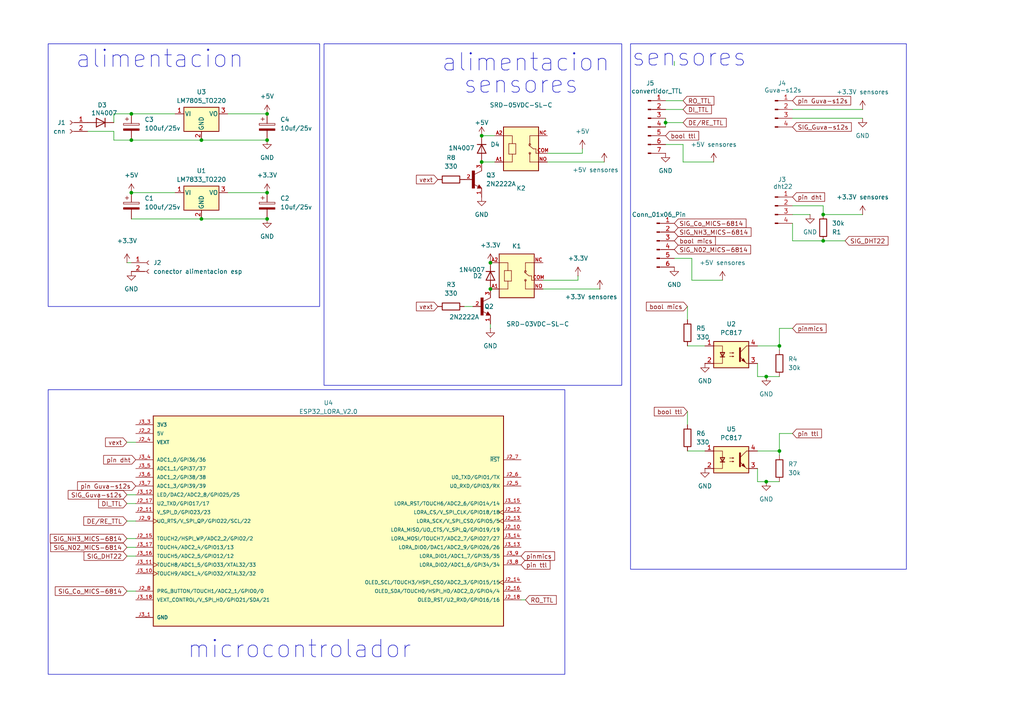
<source format=kicad_sch>
(kicad_sch (version 20250114) (generator "eeschema") (generator_version "9.0")
  (paper "A4")
  (lib_symbols
    (symbol "2N2222A:2N2222A" (pin_names (offset 1.016))
      (property "Reference" "Q" (at -10.16 7.62 0))
      (property "Value" "2N2222A" (at -10.16 -7.62 0))
      (symbol "2N2222A_0_0"
        (rectangle (start -0.254 -2.54) (end 0.508 2.54) (stroke (width 0.1)) (fill (type outline)))
        (polyline (pts (xy 1.27 -2.54) (xy 1.778 -1.524) (xy 2.54 -2.54) (xy 1.27 -2.54)) (stroke (width 0.1524)) (fill (type outline)))
        (polyline (pts (xy 1.54 -2.04) (xy 0.308 -1.424)) (stroke (width 0.1524)))
        (polyline (pts (xy 2.54 2.54) (xy 0.508 1.524)) (stroke (width 0.1524)))
        (pin passive line (at -2.54 0 0) (length 2.54) (name "~") (number "2"))
        (pin passive line (at 2.54 5.08 270) (length 2.54) (name "~") (number "3"))
        (pin passive line (at 2.54 -5.08 90) (length 2.54) (name "~") (number "1"))
      )
    )
    (symbol "Connector:Conn_01x02_Socket" (pin_names (offset 1.016) (hide yes))
      (property "Reference" "J" (at 0 2.54 0))
      (property "Value" "Conn_01x02_Socket" (at 0 -5.08 0))
      (symbol "Conn_01x02_Socket_1_1"
        (polyline (pts (xy -1.27 0) (xy -0.508 0)) (stroke (width 0.1524)))
        (polyline (pts (xy -1.27 -2.54) (xy -0.508 -2.54)) (stroke (width 0.1524)))
        (arc (start 0 -0.508) (mid -0.5058 0) (end 0 0.508) (stroke (width 0.1524)))
        (arc (start 0 -3.048) (mid -0.5058 -2.54) (end 0 -2.032) (stroke (width 0.1524)))
        (pin passive line (at -5.08 0 0) (length 3.81) (name "Pin_1") (number "1"))
        (pin passive line (at -5.08 -2.54 0) (length 3.81) (name "Pin_2") (number "2"))
      )
    )
    (symbol "Connector:Conn_01x04_Pin" (pin_names (offset 1.016) (hide yes))
      (property "Reference" "J" (at 0 5.08 0))
      (property "Value" "Conn_01x04_Pin" (at 0 -7.62 0))
      (symbol "Conn_01x04_Pin_1_1"
        (rectangle (start 0.8636 2.667) (end 0 2.413) (stroke (width 0.1524)) (fill (type outline)))
        (rectangle (start 0.8636 0.127) (end 0 -0.127) (stroke (width 0.1524)) (fill (type outline)))
        (rectangle (start 0.8636 -2.413) (end 0 -2.667) (stroke (width 0.1524)) (fill (type outline)))
        (rectangle (start 0.8636 -4.953) (end 0 -5.207) (stroke (width 0.1524)) (fill (type outline)))
        (polyline (pts (xy 1.27 2.54) (xy 0.8636 2.54)) (stroke (width 0.1524)))
        (polyline (pts (xy 1.27 0) (xy 0.8636 0)) (stroke (width 0.1524)))
        (polyline (pts (xy 1.27 -2.54) (xy 0.8636 -2.54)) (stroke (width 0.1524)))
        (polyline (pts (xy 1.27 -5.08) (xy 0.8636 -5.08)) (stroke (width 0.1524)))
        (pin passive line (at 5.08 2.54 180) (length 3.81) (name "Pin_1") (number "1"))
        (pin passive line (at 5.08 0 180) (length 3.81) (name "Pin_2") (number "2"))
        (pin passive line (at 5.08 -2.54 180) (length 3.81) (name "Pin_3") (number "3"))
        (pin passive line (at 5.08 -5.08 180) (length 3.81) (name "Pin_4") (number "4"))
      )
    )
    (symbol "Connector:Conn_01x06_Pin" (pin_names (offset 1.016) (hide yes))
      (property "Reference" "J" (at 0 7.62 0))
      (property "Value" "Conn_01x06_Pin" (at 0 -10.16 0))
      (symbol "Conn_01x06_Pin_1_1"
        (rectangle (start 0.8636 5.207) (end 0 4.953) (stroke (width 0.1524)) (fill (type outline)))
        (rectangle (start 0.8636 2.667) (end 0 2.413) (stroke (width 0.1524)) (fill (type outline)))
        (rectangle (start 0.8636 0.127) (end 0 -0.127) (stroke (width 0.1524)) (fill (type outline)))
        (rectangle (start 0.8636 -2.413) (end 0 -2.667) (stroke (width 0.1524)) (fill (type outline)))
        (rectangle (start 0.8636 -4.953) (end 0 -5.207) (stroke (width 0.1524)) (fill (type outline)))
        (rectangle (start 0.8636 -7.493) (end 0 -7.747) (stroke (width 0.1524)) (fill (type outline)))
        (polyline (pts (xy 1.27 5.08) (xy 0.8636 5.08)) (stroke (width 0.1524)))
        (polyline (pts (xy 1.27 2.54) (xy 0.8636 2.54)) (stroke (width 0.1524)))
        (polyline (pts (xy 1.27 0) (xy 0.8636 0)) (stroke (width 0.1524)))
        (polyline (pts (xy 1.27 -2.54) (xy 0.8636 -2.54)) (stroke (width 0.1524)))
        (polyline (pts (xy 1.27 -5.08) (xy 0.8636 -5.08)) (stroke (width 0.1524)))
        (polyline (pts (xy 1.27 -7.62) (xy 0.8636 -7.62)) (stroke (width 0.1524)))
        (pin passive line (at 5.08 5.08 180) (length 3.81) (name "Pin_1") (number "1"))
        (pin passive line (at 5.08 2.54 180) (length 3.81) (name "Pin_2") (number "2"))
        (pin passive line (at 5.08 0 180) (length 3.81) (name "Pin_3") (number "3"))
        (pin passive line (at 5.08 -2.54 180) (length 3.81) (name "Pin_4") (number "4"))
        (pin passive line (at 5.08 -5.08 180) (length 3.81) (name "Pin_5") (number "5"))
        (pin passive line (at 5.08 -7.62 180) (length 3.81) (name "Pin_6") (number "6"))
      )
    )
    (symbol "Connector:Conn_01x07_Pin" (pin_names (offset 1.016) (hide yes))
      (property "Reference" "J" (at 0 10.16 0))
      (property "Value" "Conn_01x07_Pin" (at 0 -10.16 0))
      (symbol "Conn_01x07_Pin_1_1"
        (rectangle (start 0.8636 7.747) (end 0 7.493) (stroke (width 0.1524)) (fill (type outline)))
        (rectangle (start 0.8636 5.207) (end 0 4.953) (stroke (width 0.1524)) (fill (type outline)))
        (rectangle (start 0.8636 2.667) (end 0 2.413) (stroke (width 0.1524)) (fill (type outline)))
        (rectangle (start 0.8636 0.127) (end 0 -0.127) (stroke (width 0.1524)) (fill (type outline)))
        (rectangle (start 0.8636 -2.413) (end 0 -2.667) (stroke (width 0.1524)) (fill (type outline)))
        (rectangle (start 0.8636 -4.953) (end 0 -5.207) (stroke (width 0.1524)) (fill (type outline)))
        (rectangle (start 0.8636 -7.493) (end 0 -7.747) (stroke (width 0.1524)) (fill (type outline)))
        (polyline (pts (xy 1.27 7.62) (xy 0.8636 7.62)) (stroke (width 0.1524)))
        (polyline (pts (xy 1.27 5.08) (xy 0.8636 5.08)) (stroke (width 0.1524)))
        (polyline (pts (xy 1.27 2.54) (xy 0.8636 2.54)) (stroke (width 0.1524)))
        (polyline (pts (xy 1.27 0) (xy 0.8636 0)) (stroke (width 0.1524)))
        (polyline (pts (xy 1.27 -2.54) (xy 0.8636 -2.54)) (stroke (width 0.1524)))
        (polyline (pts (xy 1.27 -5.08) (xy 0.8636 -5.08)) (stroke (width 0.1524)))
        (polyline (pts (xy 1.27 -7.62) (xy 0.8636 -7.62)) (stroke (width 0.1524)))
        (pin passive line (at 5.08 7.62 180) (length 3.81) (name "Pin_1") (number "1"))
        (pin passive line (at 5.08 5.08 180) (length 3.81) (name "Pin_2") (number "2"))
        (pin passive line (at 5.08 2.54 180) (length 3.81) (name "Pin_3") (number "3"))
        (pin passive line (at 5.08 0 180) (length 3.81) (name "Pin_4") (number "4"))
        (pin passive line (at 5.08 -2.54 180) (length 3.81) (name "Pin_5") (number "5"))
        (pin passive line (at 5.08 -5.08 180) (length 3.81) (name "Pin_6") (number "6"))
        (pin passive line (at 5.08 -7.62 180) (length 3.81) (name "Pin_7") (number "7"))
      )
    )
    (symbol "Device:C_Polarized" (pin_numbers (hide yes)) (pin_names (offset 0.254))
      (property "Reference" "C" (at 0.635 2.54 0))
      (property "Value" "C_Polarized" (at 0.635 -2.54 0))
      (symbol "C_Polarized_0_1"
        (rectangle (start -2.286 0.508) (end 2.286 1.016))
        (polyline (pts (xy -1.778 2.286) (xy -0.762 2.286)))
        (polyline (pts (xy -1.27 2.794) (xy -1.27 1.778)))
        (rectangle (start 2.286 -0.508) (end -2.286 -1.016) (fill (type outline)))
      )
      (symbol "C_Polarized_1_1"
        (pin passive line (at 0 3.81 270) (length 2.794) (name "~") (number "1"))
        (pin passive line (at 0 -3.81 90) (length 2.794) (name "~") (number "2"))
      )
    )
    (symbol "Device:R" (pin_numbers (hide yes)) (pin_names (offset 0))
      (property "Reference" "R" (at 2.032 0 90))
      (property "Value" "R" (at 0 0 90))
      (symbol "R_0_1"
        (rectangle (start -1.016 -2.54) (end 1.016 2.54) (stroke (width 0.254)))
      )
      (symbol "R_1_1"
        (pin passive line (at 0 3.81 270) (length 1.27) (name "~") (number "1"))
        (pin passive line (at 0 -3.81 90) (length 1.27) (name "~") (number "2"))
      )
    )
    (symbol "Diode:1N4007" (pin_numbers (hide yes)) (pin_names (hide yes))
      (property "Reference" "D" (at 0 2.54 0))
      (property "Value" "1N4007" (at 0 -2.54 0))
      (symbol "1N4007_0_1"
        (polyline (pts (xy -1.27 1.27) (xy -1.27 -1.27)) (stroke (width 0.254)))
        (polyline (pts (xy 1.27 1.27) (xy 1.27 -1.27) (xy -1.27 0) (xy 1.27 1.27)) (stroke (width 0.254)))
        (polyline (pts (xy 1.27 0) (xy -1.27 0)))
      )
      (symbol "1N4007_1_1"
        (pin passive line (at -3.81 0 0) (length 2.54) (name "K") (number "1"))
        (pin passive line (at 3.81 0 180) (length 2.54) (name "A") (number "2"))
      )
    )
    (symbol "ESP32_LORA_V2.0:ESP32_LORA_V2.0" (pin_names (offset 1.016))
      (property "Reference" "U4" (at 0 34.29 0))
      (property "Value" "ESP32_LORA_V2.0" (at 0 31.75 0))
      (symbol "ESP32_LORA_V2.0_0_0"
        (rectangle (start -50.8 -30.48) (end 50.8 30.48) (stroke (width 0.254)) (fill (type background)))
        (pin input line (at -55.88 17.78 0) (length 5.08) (name "~{RST}") (number "J2_7"))
        (pin bidirectional line (at -55.88 12.7 0) (length 5.08) (name "U0_TXD/GPIO1/TX") (number "J2_6"))
        (pin bidirectional line (at -55.88 10.16 0) (length 5.08) (name "U0_RXD/GPIO3/RX") (number "J2_5"))
        (pin bidirectional line (at -55.88 5.08 0) (length 5.08) (name "LORA_RST/TOUCH6/ADC2_6/GPIO14/14") (number "J3_15"))
        (pin bidirectional clock (at -55.88 2.54 0) (length 5.08) (name "LORA_CS/V_SPI_CLK/GPIO18/18") (number "J2_12"))
        (pin bidirectional clock (at -55.88 0 0) (length 5.08) (name "LORA_SCK/V_SPI_CS0/GPIO5/5") (number "J2_13"))
        (pin bidirectional line (at -55.88 -2.54 0) (length 5.08) (name "LORA_MISO/UO_CTS/V_SPI_Q/GPIO19/19") (number "J2_10"))
        (pin bidirectional line (at -55.88 -5.08 0) (length 5.08) (name "LORA_MOSI/TOUCH7/ADC2_7/GPIO27/27") (number "J3_14"))
        (pin bidirectional line (at -55.88 -7.62 0) (length 5.08) (name "LORA_DIO0/DAC1/ADC2_9/GPIO26/26") (number "J3_13"))
        (pin bidirectional line (at -55.88 -10.16 0) (length 5.08) (name "LORA_DIO1/ADC1_7/GPI35/35") (number "J3_9"))
        (pin bidirectional line (at -55.88 -12.7 0) (length 5.08) (name "LORA_DIO2/ADC1_6/GPI34/34") (number "J3_8"))
        (pin bidirectional clock (at -55.88 -17.78 0) (length 5.08) (name "OLED_SCL/TOUCH3/HSPI_CSO/ADC2_3/GPIO15/15") (number "J2_14"))
        (pin bidirectional line (at -55.88 -20.32 0) (length 5.08) (name "OLED_SDA/TOUCH0/HSPI_HD/ADC2_0/GPIO4/4") (number "J2_16"))
        (pin bidirectional line (at -55.88 -22.86 0) (length 5.08) (name "OLED_RST/U2_RXD/GPIO16/16") (number "J2_18"))
        (pin power_in line (at 55.88 27.94 180) (length 5.08) (name "3V3") (number "J3_3"))
        (pin power_in line (at 55.88 25.4 180) (length 5.08) (name "5V") (number "J2_2"))
        (pin power_in line (at 55.88 22.86 180) (length 5.08) (name "VEXT") (number "J2_4"))
        (pin bidirectional line (at 55.88 17.78 180) (length 5.08) (name "ADC1_0/GPI36/36") (number "J3_4"))
        (pin bidirectional line (at 55.88 15.24 180) (length 5.08) (name "ADC1_1/GPI37/37") (number "J3_5"))
        (pin bidirectional line (at 55.88 12.7 180) (length 5.08) (name "ADC1_2/GPI38/38") (number "J3_6"))
        (pin bidirectional line (at 55.88 10.16 180) (length 5.08) (name "ADC1_3/GPI39/39") (number "J3_7"))
        (pin bidirectional line (at 55.88 7.62 180) (length 5.08) (name "LED/DAC2/ADC2_8/GPIO25/25") (number "J3_12"))
        (pin bidirectional line (at 55.88 5.08 180) (length 5.08) (name "U2_TXD/GPIO17/17") (number "J2_17"))
        (pin bidirectional line (at 55.88 2.54 180) (length 5.08) (name "V_SPI_D/GPIO23/23") (number "J2_11"))
        (pin bidirectional clock (at 55.88 0 180) (length 5.08) (name "UO_RTS/V_SPI_QP/GPIO22/SCL/22") (number "J2_9"))
        (pin bidirectional line (at 55.88 -5.08 180) (length 5.08) (name "TOUCH2/HSPI_WP/ADC2_2/GPIO2/2") (number "J2_15"))
        (pin bidirectional line (at 55.88 -7.62 180) (length 5.08) (name "TOUCH4/ADC2_4/GPIO13/13") (number "J3_17"))
        (pin bidirectional line (at 55.88 -10.16 180) (length 5.08) (name "TOUCH5/ADC2_5/GPIO12/12") (number "J3_16"))
        (pin bidirectional clock (at 55.88 -12.7 180) (length 5.08) (name "TOUCH8/ADC1_5/GPIO33/XTAL32/33") (number "J3_11"))
        (pin bidirectional clock (at 55.88 -15.24 180) (length 5.08) (name "TOUCH9/ADC1_4/GPIO32/XTAL32/32") (number "J3_10"))
        (pin bidirectional line (at 55.88 -20.32 180) (length 5.08) (name "PRG_BUTTON/TOUCH1/ADC2_1/GPIO0/0") (number "J2_8"))
        (pin bidirectional line (at 55.88 -22.86 180) (length 5.08) (name "VEXT_CONTROL/V_SPI_HD/GPIO21/SDA/21") (number "J3_18"))
        (pin power_in line (at 55.88 -27.94 180) (length 5.08) (name "GND") (number "J3_1"))
      )
      (symbol "ESP32_LORA_V2.0_1_0"
        (pin power_in line (at 55.88 27.94 180) (length 5.08) (name "3V3") (number ""))
        (pin power_in line (at 55.88 22.86 180) (length 5.08) (name "VEXT") (number ""))
        (pin power_in line (at 55.88 -27.94 180) (length 5.08) (name "GND") (number ""))
      )
    )
    (symbol "Isolator:PC817" (pin_names (offset 1.016))
      (property "Reference" "U" (at -5.08 5.08 0))
      (property "Value" "PC817" (at 0 5.08 0))
      (symbol "PC817_0_1"
        (rectangle (start -5.08 3.81) (end 5.08 -3.81) (stroke (width 0.254)) (fill (type background)))
        (polyline (pts (xy -5.08 2.54) (xy -2.54 2.54) (xy -2.54 -0.635)))
        (polyline (pts (xy -3.175 -0.635) (xy -1.905 -0.635)) (stroke (width 0.254)))
        (polyline (pts (xy -2.54 -0.635) (xy -2.54 -2.54) (xy -5.08 -2.54)))
        (polyline (pts (xy -2.54 -0.635) (xy -3.175 0.635) (xy -1.905 0.635) (xy -2.54 -0.635)) (stroke (width 0.254)))
        (polyline (pts (xy -0.508 0.508) (xy 0.762 0.508) (xy 0.381 0.381) (xy 0.381 0.635) (xy 0.762 0.508)))
        (polyline (pts (xy -0.508 -0.508) (xy 0.762 -0.508) (xy 0.381 -0.635) (xy 0.381 -0.381) (xy 0.762 -0.508)))
        (polyline (pts (xy 2.54 1.905) (xy 2.54 -1.905) (xy 2.54 -1.905)) (stroke (width 0.508)))
        (polyline (pts (xy 2.54 0.635) (xy 4.445 2.54)))
        (polyline (pts (xy 3.048 -1.651) (xy 3.556 -1.143) (xy 4.064 -2.159) (xy 3.048 -1.651) (xy 3.048 -1.651)) (fill (type outline)))
        (polyline (pts (xy 4.445 2.54) (xy 5.08 2.54)))
        (polyline (pts (xy 4.445 -2.54) (xy 2.54 -0.635)) (fill (type outline)))
        (polyline (pts (xy 4.445 -2.54) (xy 5.08 -2.54)))
      )
      (symbol "PC817_1_1"
        (pin passive line (at -7.62 2.54 0) (length 2.54) (name "~") (number "1"))
        (pin passive line (at -7.62 -2.54 0) (length 2.54) (name "~") (number "2"))
        (pin passive line (at 7.62 2.54 180) (length 2.54) (name "~") (number "4"))
        (pin passive line (at 7.62 -2.54 180) (length 2.54) (name "~") (number "3"))
      )
    )
    (symbol "Regulator_Linear:LM7805_TO220" (pin_names (offset 0.254))
      (property "Reference" "U" (at -3.81 3.175 0))
      (property "Value" "LM7805_TO220" (at 0 3.175 0))
      (symbol "LM7805_TO220_0_1"
        (rectangle (start -5.08 1.905) (end 5.08 -5.08) (stroke (width 0.254)) (fill (type background)))
      )
      (symbol "LM7805_TO220_1_1"
        (pin power_in line (at -7.62 0 0) (length 2.54) (name "VI") (number "1"))
        (pin power_in line (at 0 -7.62 90) (length 2.54) (name "GND") (number "2"))
        (pin power_out line (at 7.62 0 180) (length 2.54) (name "VO") (number "3"))
      )
    )
    (symbol "SRD-05VDC-SL-C:SRD-05VDC-SL-C" (pin_names (offset 1.016))
      (property "Reference" "K" (at -5.0809 5.843 0))
      (property "Value" "SRD-05VDC-SL-C" (at -5.0832 -10.1664 0))
      (symbol "SRD-05VDC-SL-C_0_0"
        (polyline (pts (xy -5.08 2.54) (xy -2.54 2.54)) (stroke (width 0.1524)))
        (rectangle (start -5.08 -7.62) (end 5.08 5.08) (stroke (width 0.254)) (fill (type background)))
        (polyline (pts (xy -3.556 0.254) (xy -3.556 -2.794)) (stroke (width 0.1524)))
        (polyline (pts (xy -3.556 -2.794) (xy -2.54 -2.794)) (stroke (width 0.1524)))
        (polyline (pts (xy -2.54 2.54) (xy -2.54 0.254)) (stroke (width 0.1524)))
        (polyline (pts (xy -2.54 0.254) (xy -3.556 0.254)) (stroke (width 0.1524)))
        (polyline (pts (xy -2.54 -2.794) (xy -2.54 -5.08)) (stroke (width 0.1524)))
        (polyline (pts (xy -2.54 -2.794) (xy -1.524 -2.794)) (stroke (width 0.1524)))
        (polyline (pts (xy -2.54 -5.08) (xy -5.08 -5.08)) (stroke (width 0.1524)))
        (polyline (pts (xy -1.524 0.254) (xy -2.54 0.254)) (stroke (width 0.1524)))
        (polyline (pts (xy -1.524 -2.794) (xy -1.524 0.254)) (stroke (width 0.1524)))
        (polyline (pts (xy 2.54 2.54) (xy 2.54 0)) (stroke (width 0.1524)))
        (circle (center 2.54 0) (radius 0.254) (stroke (width 0.1524)))
        (polyline (pts (xy 2.54 -2.54) (xy 2.54 -5.08)) (stroke (width 0.1524)))
        (circle (center 2.54 -2.54) (radius 0.254) (stroke (width 0.1524)))
        (polyline (pts (xy 2.54 -5.08) (xy 5.08 -5.08)) (stroke (width 0.1524)))
        (polyline (pts (xy 3.556 -1.27) (xy 2.286 -2.286)) (stroke (width 0.1524)))
        (polyline (pts (xy 3.556 -1.27) (xy 4.318 -1.27)) (stroke (width 0.1524)))
        (polyline (pts (xy 4.318 0) (xy 5.08 0)) (stroke (width 0.1524)))
        (polyline (pts (xy 4.318 -1.27) (xy 4.318 0)) (stroke (width 0.1524)))
        (polyline (pts (xy 5.08 2.54) (xy 2.54 2.54)) (stroke (width 0.1524)))
        (pin passive line (at -7.62 2.54 0) (length 2.54) (name "~") (number "A1"))
        (pin passive line (at -7.62 -5.08 0) (length 2.54) (name "~") (number "A2"))
        (pin passive line (at 7.62 2.54 180) (length 2.54) (name "~") (number "NO"))
        (pin passive line (at 7.62 0 180) (length 2.54) (name "~") (number "COM"))
        (pin passive line (at 7.62 -5.08 180) (length 2.54) (name "~") (number "NC"))
      )
    )
    (symbol "power:+3.3V" (power) (pin_numbers (hide yes)) (pin_names (offset 0) (hide yes))
      (property "Value" "+3.3V" (at 0 3.556 0))
      (symbol "+3.3V_0_1"
        (polyline (pts (xy -0.762 1.27) (xy 0 2.54)))
        (polyline (pts (xy 0 2.54) (xy 0.762 1.27)))
        (polyline (pts (xy 0 0) (xy 0 2.54)))
      )
      (symbol "+3.3V_1_1"
        (pin power_in line (at 0 0 90) (length 0) (name "~") (number "1"))
      )
    )
    (symbol "power:+5V" (power) (pin_numbers (hide yes)) (pin_names (offset 0) (hide yes))
      (property "Value" "+5V" (at 0 3.556 0))
      (symbol "+5V_0_1"
        (polyline (pts (xy -0.762 1.27) (xy 0 2.54)))
        (polyline (pts (xy 0 2.54) (xy 0.762 1.27)))
        (polyline (pts (xy 0 0) (xy 0 2.54)))
      )
      (symbol "+5V_1_1"
        (pin power_in line (at 0 0 90) (length 0) (name "~") (number "1"))
      )
    )
    (symbol "power:GND" (power) (pin_numbers (hide yes)) (pin_names (offset 0) (hide yes))
      (property "Value" "GND" (at 0 -3.81 0))
      (symbol "GND_0_1"
        (polyline (pts (xy 0 0) (xy 0 -1.27) (xy 1.27 -1.27) (xy 0 -2.54) (xy -1.27 -1.27) (xy 0 -1.27)))
      )
      (symbol "GND_1_1"
        (pin power_in line (at 0 0 270) (length 0) (name "~") (number "1"))
      )
    )
  )
  (rectangle (start 93.98 12.7) (end 180.34 111.76))
  (rectangle (start 13.97 12.7) (end 92.71 88.9))
  (rectangle (start 182.88 12.7) (end 262.89 165.1))
  (rectangle (start 13.97 113.03) (end 163.83 195.58))
  (text "sensores" (at 151.13 24.638 0) (effects (font (size 5.08 5.08))))
  (text "sensores\n" (at 199.898 16.764 0) (effects (font (size 5.08 5.08))))
  (text "alimentacion \n" (at 48.26 14.224 0) (effects (font (size 5.08 5.08)) (justify top)))
  (text "alimentacion \n" (at 154.432 15.24 0) (effects (font (size 5.08 5.08)) (justify top)))
  (text "microcontrolador\n" (at 86.868 185.42 0) (effects (font (size 5.08 5.08)) (justify top)))
  (junction (at 226.06 130.81))
  (junction (at 142.24 76.2))
  (junction (at 58.42 40.64))
  (junction (at 139.7 39.37))
  (junction (at 38.1 33.02))
  (junction (at 142.24 83.82))
  (junction (at 238.76 62.23))
  (junction (at 193.04 35.56))
  (junction (at 238.76 69.85))
  (junction (at 77.47 63.5))
  (junction (at 226.06 100.33))
  (junction (at 222.25 109.22))
  (junction (at 139.7 46.99))
  (junction (at 222.25 139.7))
  (junction (at 77.47 55.88))
  (junction (at 38.1 55.88))
  (junction (at 58.42 63.5))
  (junction (at 77.47 40.64))
  (junction (at 77.47 33.02))
  (junction (at 38.1 40.64))
  (wire (pts (xy 36.83 171.45) (xy 39.37 171.45)))
  (wire (pts (xy 158.75 44.45) (xy 168.91 44.45)))
  (wire (pts (xy 157.48 81.28) (xy 167.64 81.28)))
  (wire (pts (xy 222.25 109.22) (xy 226.06 109.22)))
  (wire (pts (xy 168.91 44.45) (xy 168.91 43.18)))
  (wire (pts (xy 198.12 46.99) (xy 198.12 41.91)))
  (wire (pts (xy 198.12 31.75) (xy 193.04 31.75)))
  (wire (pts (xy 226.06 101.6) (xy 226.06 100.33)))
  (wire (pts (xy 198.12 41.91) (xy 193.04 41.91)))
  (wire (pts (xy 200.66 81.28) (xy 209.55 81.28)))
  (wire (pts (xy 175.26 46.99) (xy 158.75 46.99)))
  (wire (pts (xy 226.06 125.73) (xy 226.06 130.81)))
  (wire (pts (xy 195.58 19.05) (xy 195.58 17.78)))
  (wire (pts (xy 219.71 139.7) (xy 219.71 135.89)))
  (wire (pts (xy 36.83 128.27) (xy 39.37 128.27)))
  (wire (pts (xy 50.8 55.88) (xy 38.1 55.88)))
  (wire (pts (xy 226.06 95.25) (xy 226.06 100.33)))
  (wire (pts (xy 134.62 88.9) (xy 137.16 88.9)))
  (wire (pts (xy 193.04 35.56) (xy 193.04 36.83)))
  (wire (pts (xy 229.87 95.25) (xy 226.06 95.25)))
  (wire (pts (xy 77.47 55.88) (xy 66.04 55.88)))
  (wire (pts (xy 58.42 63.5) (xy 77.47 63.5)))
  (wire (pts (xy 36.83 143.51) (xy 39.37 143.51)))
  (wire (pts (xy 198.12 46.99) (xy 207.01 46.99)))
  (wire (pts (xy 36.83 158.75) (xy 39.37 158.75)))
  (wire (pts (xy 219.71 109.22) (xy 219.71 105.41)))
  (wire (pts (xy 152.4 173.99) (xy 151.13 173.99)))
  (wire (pts (xy 36.83 161.29) (xy 39.37 161.29)))
  (wire (pts (xy 139.7 39.37) (xy 143.51 39.37)))
  (wire (pts (xy 36.83 151.13) (xy 39.37 151.13)))
  (wire (pts (xy 222.25 139.7) (xy 226.06 139.7)))
  (wire (pts (xy 25.4 38.1) (xy 33.02 38.1)))
  (wire (pts (xy 36.83 76.2) (xy 38.1 76.2)))
  (wire (pts (xy 36.83 156.21) (xy 39.37 156.21)))
  (wire (pts (xy 198.12 29.21) (xy 193.04 29.21)))
  (wire (pts (xy 234.95 62.23) (xy 229.87 62.23)))
  (wire (pts (xy 195.58 74.93) (xy 200.66 74.93)))
  (wire (pts (xy 226.06 132.08) (xy 226.06 130.81)))
  (wire (pts (xy 193.04 34.29) (xy 193.04 35.56)))
  (wire (pts (xy 33.02 35.56) (xy 33.02 33.02)))
  (wire (pts (xy 219.71 139.7) (xy 222.25 139.7)))
  (wire (pts (xy 229.87 125.73) (xy 226.06 125.73)))
  (wire (pts (xy 229.87 69.85) (xy 229.87 64.77)))
  (wire (pts (xy 77.47 33.02) (xy 66.04 33.02)))
  (wire (pts (xy 50.8 33.02) (xy 38.1 33.02)))
  (wire (pts (xy 58.42 40.64) (xy 77.47 40.64)))
  (wire (pts (xy 200.66 74.93) (xy 200.66 81.28)))
  (wire (pts (xy 226.06 130.81) (xy 219.71 130.81)))
  (wire (pts (xy 33.02 40.64) (xy 38.1 40.64)))
  (wire (pts (xy 219.71 109.22) (xy 222.25 109.22)))
  (wire (pts (xy 33.02 38.1) (xy 33.02 40.64)))
  (wire (pts (xy 36.83 146.05) (xy 39.37 146.05)))
  (wire (pts (xy 238.76 62.23) (xy 250.19 62.23)))
  (wire (pts (xy 250.19 34.29) (xy 229.87 34.29)))
  (wire (pts (xy 38.1 63.5) (xy 58.42 63.5)))
  (wire (pts (xy 226.06 100.33) (xy 219.71 100.33)))
  (wire (pts (xy 199.39 88.9) (xy 199.39 92.71)))
  (wire (pts (xy 229.87 31.75) (xy 250.19 31.75)))
  (wire (pts (xy 199.39 100.33) (xy 204.47 100.33)))
  (wire (pts (xy 167.64 81.28) (xy 167.64 80.01)))
  (wire (pts (xy 198.12 35.56) (xy 193.04 35.56)))
  (wire (pts (xy 173.99 83.82) (xy 157.48 83.82)))
  (wire (pts (xy 199.39 130.81) (xy 204.47 130.81)))
  (wire (pts (xy 229.87 69.85) (xy 238.76 69.85)))
  (wire (pts (xy 229.87 59.69) (xy 238.76 59.69)))
  (wire (pts (xy 139.7 46.99) (xy 143.51 46.99)))
  (wire (pts (xy 38.1 40.64) (xy 58.42 40.64)))
  (wire (pts (xy 238.76 59.69) (xy 238.76 62.23)))
  (wire (pts (xy 33.02 33.02) (xy 38.1 33.02)))
  (wire (pts (xy 199.39 119.38) (xy 199.39 123.19)))
  (wire (pts (xy 238.76 69.85) (xy 245.11 69.85)))
  (wire (pts (xy 142.24 95.25) (xy 142.24 93.98)))
  (global_label "vext" (shape input) (at 36.83 128.27 180) (property "Intersheetrefs" "${INTERSHEET_REFS}" (effects (hide yes))))
  (global_label "pin ttl" (shape input) (at 151.13 163.83 0) (property "Intersheetrefs" "${INTERSHEET_REFS}" (effects (hide yes))))
  (global_label "DI_TTL" (shape input) (at 198.12 31.75 0) (property "Intersheetrefs" "${INTERSHEET_REFS}" (effects (hide yes))))
  (global_label "RO_TTL" (shape input) (at 198.12 29.21 0) (property "Intersheetrefs" "${INTERSHEET_REFS}" (effects (hide yes))))
  (global_label "pinmics" (shape input) (at 151.13 161.29 0) (property "Intersheetrefs" "${INTERSHEET_REFS}" (effects (hide yes))))
  (global_label "DE{slash}RE_TTL" (shape input) (at 198.12 35.56 0) (property "Intersheetrefs" "${INTERSHEET_REFS}" (effects (hide yes))))
  (global_label "bool ttl" (shape input) (at 193.04 39.37 0) (property "Intersheetrefs" "${INTERSHEET_REFS}" (effects (hide yes))))
  (global_label "SIG_DHT22" (shape input) (at 245.11 69.85 0) (property "Intersheetrefs" "${INTERSHEET_REFS}" (effects (hide yes))))
  (global_label "pin Guva-s12s" (shape input) (at 39.37 140.97 180) (property "Intersheetrefs" "${INTERSHEET_REFS}" (effects (hide yes))))
  (global_label "pin dht" (shape input) (at 39.37 133.35 180) (property "Intersheetrefs" "${INTERSHEET_REFS}" (effects (hide yes))))
  (global_label "bool ttl" (shape input) (at 199.39 119.38 180) (property "Intersheetrefs" "${INTERSHEET_REFS}" (effects (hide yes))))
  (global_label "vext" (shape input) (at 127 52.07 180) (property "Intersheetrefs" "${INTERSHEET_REFS}" (effects (hide yes))))
  (global_label "bool mics" (shape input) (at 195.58 69.85 0) (property "Intersheetrefs" "${INTERSHEET_REFS}" (effects (hide yes))))
  (global_label "pinmics" (shape input) (at 229.87 95.25 0) (property "Intersheetrefs" "${INTERSHEET_REFS}" (effects (hide yes))))
  (global_label "RO_TTL" (shape input) (at 152.4 173.99 0) (property "Intersheetrefs" "${INTERSHEET_REFS}" (effects (hide yes))))
  (global_label "vext" (shape input) (at 127 88.9 180) (property "Intersheetrefs" "${INTERSHEET_REFS}" (effects (hide yes))))
  (global_label "DI_TTL" (shape input) (at 36.83 146.05 180) (property "Intersheetrefs" "${INTERSHEET_REFS}" (effects (hide yes))))
  (global_label "DE{slash}RE_TTL" (shape input) (at 36.83 151.13 180) (property "Intersheetrefs" "${INTERSHEET_REFS}" (effects (hide yes))))
  (global_label "pin Guva-s12s" (shape input) (at 229.87 29.21 0) (property "Intersheetrefs" "${INTERSHEET_REFS}" (effects (hide yes))))
  (global_label "SIG_Guva-s12s" (shape input) (at 36.83 143.51 180) (property "Intersheetrefs" "${INTERSHEET_REFS}" (effects (hide yes))))
  (global_label "SIG_Guva-s12s" (shape input) (at 229.87 36.83 0) (property "Intersheetrefs" "${INTERSHEET_REFS}" (effects (hide yes))))
  (global_label "pin ttl" (shape input) (at 229.87 125.73 0) (property "Intersheetrefs" "${INTERSHEET_REFS}" (effects (hide yes))))
  (global_label "SIG_N02_MICS-6814" (shape input) (at 195.58 72.39 0) (property "Intersheetrefs" "${INTERSHEET_REFS}" (effects (hide yes))))
  (global_label "SIG_DHT22" (shape input) (at 36.83 161.29 180) (property "Intersheetrefs" "${INTERSHEET_REFS}" (effects (hide yes))))
  (global_label "pin dht" (shape input) (at 229.87 57.15 0) (property "Intersheetrefs" "${INTERSHEET_REFS}" (effects (hide yes))))
  (global_label "SIG_Co_MICS-6814" (shape input) (at 36.83 171.45 180) (property "Intersheetrefs" "${INTERSHEET_REFS}" (effects (hide yes))))
  (global_label "SIG_N02_MICS-6814" (shape input) (at 36.83 158.75 180) (property "Intersheetrefs" "${INTERSHEET_REFS}" (effects (hide yes))))
  (global_label "bool mics" (shape input) (at 199.39 88.9 180) (property "Intersheetrefs" "${INTERSHEET_REFS}" (effects (hide yes))))
  (global_label "SIG_NH3_MICS-6814" (shape input) (at 195.58 67.31 0) (property "Intersheetrefs" "${INTERSHEET_REFS}" (effects (hide yes))))
  (global_label "SIG_NH3_MICS-6814" (shape input) (at 36.83 156.21 180) (property "Intersheetrefs" "${INTERSHEET_REFS}" (effects (hide yes))))
  (global_label "SIG_Co_MICS-6814" (shape input) (at 195.58 64.77 0) (property "Intersheetrefs" "${INTERSHEET_REFS}" (effects (hide yes))))
  (symbol (lib_id "power:GND") (at 222.25 109.22 0) (unit 1)
    (property "Reference" "#PWR023" (effects (hide yes)))
    (property "Value" "GND" (at 222.25 114.3 0))
    (property "Description" "Power symbol creates a global label with name \"GND\" , ground" (effects (hide yes)))
  )
  (symbol (lib_id "power:+5V") (at 38.1 55.88 0) (unit 1)
    (property "Reference" "#PWR09" (effects (hide yes)))
    (property "Value" "+5V" (at 38.1 50.8 0))
    (property "Description" "Power symbol creates a global label with name \"+5V\"" (effects (hide yes)))
  )
  (symbol (lib_id "Device:R") (at 130.81 88.9 270) (mirror x) (unit 1)
    (property "Reference" "R3" (at 130.81 82.55 90))
    (property "Value" "330" (at 130.81 85.09 90))
    (property "Footprint" "Resistor_THT:R_Axial_DIN0207_L6.3mm_D2.5mm_P10.16mm_Horizontal" (effects (hide yes)))
    (property "Description" "Resistor" (effects (hide yes)))
  )
  (symbol (lib_id "Diode:1N4007") (at 142.24 80.01 270) (unit 1)
    (property "Reference" "D2" (at 137.16 80.01 90) (effects (justify left)))
    (property "Value" "1N4007" (at 133.096 78.232 90) (effects (justify left)))
    (property "Footprint" "Diode_THT:D_DO-41_SOD81_P10.16mm_Horizontal" (effects (hide yes)))
    (property "Datasheet" "http://www.vishay.com/docs/88503/1n4001.pdf" (effects (hide yes)))
    (property "Description" "1000V 1A General Purpose Rectifier Diode, DO-41" (effects (hide yes)))
    (property "Sim.Device" "D" (effects (hide yes)))
    (property "Sim.Pins" "1=K 2=A" (effects (hide yes)))
  )
  (symbol (lib_id "power:GND") (at 142.24 95.25 0) (unit 1)
    (property "Reference" "#PWR021" (effects (hide yes)))
    (property "Value" "GND" (at 142.24 100.33 0))
    (property "Description" "Power symbol creates a global label with name \"GND\" , ground" (effects (hide yes)))
  )
  (symbol (lib_id "Isolator:PC817") (at 212.09 133.35 0) (unit 1)
    (property "Reference" "U5" (at 212.09 124.46 0))
    (property "Value" "PC817" (at 212.09 127 0))
    (property "Footprint" "Package_DIP:DIP-4_W7.62mm" (effects (hide yes)))
    (property "Datasheet" "http://www.soselectronic.cz/a_info/resource/d/pc817.pdf" (effects (hide yes)))
    (property "Description" "DC Optocoupler, Vce 35V, CTR 50-300%, DIP-4" (effects (hide yes)))
  )
  (symbol (lib_id "power:GND") (at 77.47 40.64 0) (unit 1)
    (property "Reference" "#PWR015" (effects (hide yes)))
    (property "Value" "GND" (at 77.47 45.72 0))
    (property "Description" "Power symbol creates a global label with name \"GND\" , ground" (effects (hide yes)))
  )
  (symbol (lib_id "power:GND") (at 204.47 105.41 0) (unit 1)
    (property "Reference" "#PWR010" (effects (hide yes)))
    (property "Value" "GND" (at 204.47 110.49 0))
    (property "Description" "Power symbol creates a global label with name \"GND\" , ground" (effects (hide yes)))
  )
  (symbol (lib_id "power:+3.3V") (at 207.01 46.99 0) (unit 1)
    (property "Reference" "#PWR011" (effects (hide yes)))
    (property "Value" "+5V sensores" (at 207.01 41.91 0))
    (property "Description" "Power symbol creates a global label with name \"+3.3V\"" (effects (hide yes)))
  )
  (symbol (lib_id "Regulator_Linear:LM7805_TO220") (at 58.42 33.02 0) (unit 1)
    (property "Reference" "U3" (at 58.42 26.67 0))
    (property "Value" "LM7805_TO220" (at 58.42 29.21 0))
    (property "Footprint" "Package_TO_SOT_THT:TO-220-3_Vertical" (effects (hide yes)))
    (property "Datasheet" "https://www.onsemi.cn/PowerSolutions/document/MC7800-D.PDF" (effects (hide yes)))
    (property "Description" "Positive 1A 35V Linear Regulator, Fixed Output 5V, TO-220" (effects (hide yes)))
  )
  (symbol (lib_id "Regulator_Linear:LM7805_TO220") (at 58.42 55.88 0) (unit 1)
    (property "Reference" "U1" (at 58.42 49.53 0))
    (property "Value" "LM7833_TO220" (at 58.42 52.07 0))
    (property "Footprint" "Package_TO_SOT_THT:TO-220-3_Vertical" (effects (hide yes)))
    (property "Datasheet" "https://www.onsemi.cn/PowerSolutions/document/MC7800-D.PDF" (effects (hide yes)))
    (property "Description" "Positive 1A 35V Linear Regulator, Fixed Output 5V, TO-220" (effects (hide yes)))
  )
  (symbol (lib_id "Device:R") (at 199.39 96.52 0) (mirror y) (unit 1)
    (property "Reference" "R5" (at 201.93 95.2499 0) (effects (justify right)))
    (property "Value" "330" (at 201.93 97.7899 0) (effects (justify right)))
    (property "Footprint" "Resistor_THT:R_Axial_DIN0207_L6.3mm_D2.5mm_P10.16mm_Horizontal" (effects (hide yes)))
    (property "Description" "Resistor" (effects (hide yes)))
  )
  (symbol (lib_id "Connector:Conn_01x02_Socket") (at 20.32 35.56 0) (mirror y) (unit 1)
    (property "Reference" "J1" (at 19.05 35.5599 0) (effects (justify left)))
    (property "Value" "cnn" (at 19.05 38.0999 0) (effects (justify left)))
    (property "Footprint" "Connector_AMASS:AMASS_XT60-F_1x02_P7.20mm_Vertical" (effects (hide yes)))
    (property "Description" "Generic connector, single row, 01x02, script generated" (effects (hide yes)))
  )
  (symbol (lib_id "power:GND") (at 193.04 44.45 0) (unit 1)
    (property "Reference" "#PWR02" (effects (hide yes)))
    (property "Value" "GND" (at 193.04 49.53 0))
    (property "Description" "Power symbol creates a global label with name \"GND\" , ground" (effects (hide yes)))
  )
  (symbol (lib_id "power:GND") (at 250.19 34.29 0) (unit 1)
    (property "Reference" "#PWR04" (effects (hide yes)))
    (property "Value" "GND" (at 250.19 39.37 0))
    (property "Description" "Power symbol creates a global label with name \"GND\" , ground" (effects (hide yes)))
  )
  (symbol (lib_id "Connector:Conn_01x04_Pin") (at 224.79 59.69 0) (unit 1)
    (property "Reference" "J3" (at 226.822 52.07 0))
    (property "Value" "dht22" (at 227.076 54.102 0))
    (property "Footprint" "Connector_Molex:Molex_KK-254_AE-6410-04A_1x04_P2.54mm_Vertical" (effects (hide yes)))
    (property "Description" "Generic connector, single row, 01x04, script generated" (effects (hide yes)))
  )
  (symbol (lib_id "power:+3.3V") (at 167.64 80.01 0) (unit 1)
    (property "Reference" "#PWR013" (effects (hide yes)))
    (property "Value" "+3.3V" (at 167.64 74.93 0))
    (property "Description" "Power symbol creates a global label with name \"+3.3V\"" (effects (hide yes)))
  )
  (symbol (lib_id "Device:C_Polarized") (at 77.47 36.83 0) (unit 1)
    (property "Reference" "C4" (at 81.28 34.6709 0) (effects (justify left)))
    (property "Value" "10uf/25v" (at 81.28 37.2109 0) (effects (justify left)))
    (property "Footprint" "Capacitor_THT:CP_Radial_D5.0mm_P2.50mm" (effects (hide yes)))
    (property "Description" "Polarized capacitor" (effects (hide yes)))
  )
  (symbol (lib_id "power:+5V") (at 77.47 33.02 0) (unit 1)
    (property "Reference" "#PWR012" (effects (hide yes)))
    (property "Value" "+5V" (at 77.47 27.94 0))
    (property "Description" "Power symbol creates a global label with name \"+5V\"" (effects (hide yes)))
  )
  (symbol (lib_id "power:+3.3V") (at 173.99 83.82 0) (unit 1)
    (property "Reference" "#PWR017" (effects (hide yes)))
    (property "Value" "+3.3V sensores" (at 171.45 86.106 0))
    (property "Description" "Power symbol creates a global label with name \"+3.3V\"" (effects (hide yes)))
  )
  (symbol (lib_id "Device:C_Polarized") (at 38.1 36.83 0) (unit 1)
    (property "Reference" "C3" (at 41.91 34.6709 0) (effects (justify left)))
    (property "Value" "100uf/25v" (at 41.91 37.2109 0) (effects (justify left)))
    (property "Footprint" "Capacitor_THT:CP_Radial_D6.3mm_P2.50mm" (effects (hide yes)))
    (property "Description" "Polarized capacitor" (effects (hide yes)))
  )
  (symbol (lib_id "power:GND") (at 222.25 139.7 0) (unit 1)
    (property "Reference" "#PWR029" (effects (hide yes)))
    (property "Value" "GND" (at 222.25 144.78 0))
    (property "Description" "Power symbol creates a global label with name \"GND\" , ground" (effects (hide yes)))
  )
  (symbol (lib_id "power:GND") (at 204.47 135.89 0) (unit 1)
    (property "Reference" "#PWR028" (effects (hide yes)))
    (property "Value" "GND" (at 204.47 140.97 0))
    (property "Description" "Power symbol creates a global label with name \"GND\" , ground" (effects (hide yes)))
  )
  (symbol (lib_id "Device:R") (at 130.81 52.07 270) (mirror x) (unit 1)
    (property "Reference" "R8" (at 130.81 45.72 90))
    (property "Value" "330" (at 130.81 48.26 90))
    (property "Footprint" "Resistor_THT:R_Axial_DIN0207_L6.3mm_D2.5mm_P10.16mm_Horizontal" (effects (hide yes)))
    (property "Description" "Resistor" (effects (hide yes)))
  )
  (symbol (lib_id "Diode:1N4007") (at 29.21 35.56 180) (unit 1)
    (property "Reference" "D3" (at 30.988 30.48 0) (effects (justify left)))
    (property "Value" "1N4007" (at 34.036 32.766 0) (effects (justify left)))
    (property "Footprint" "Diode_THT:D_DO-41_SOD81_P10.16mm_Horizontal" (effects (hide yes)))
    (property "Datasheet" "http://www.vishay.com/docs/88503/1n4001.pdf" (effects (hide yes)))
    (property "Description" "1000V 1A General Purpose Rectifier Diode, DO-41" (effects (hide yes)))
    (property "Sim.Device" "D" (effects (hide yes)))
    (property "Sim.Pins" "1=K 2=A" (effects (hide yes)))
  )
  (symbol (lib_id "power:+3.3V") (at 250.19 62.23 0) (unit 1)
    (property "Reference" "#PWR05" (effects (hide yes)))
    (property "Value" "+3.3V sensores" (at 250.19 57.15 0))
    (property "Description" "Power symbol creates a global label with name \"+3.3V\"" (effects (hide yes)))
  )
  (symbol (lib_id "power:+3.3V") (at 175.26 46.99 0) (unit 1)
    (property "Reference" "#PWR018" (effects (hide yes)))
    (property "Value" "+5V sensores" (at 172.72 49.276 0))
    (property "Description" "Power symbol creates a global label with name \"+3.3V\"" (effects (hide yes)))
  )
  (symbol (lib_id "power:GND") (at 234.95 62.23 0) (unit 1)
    (property "Reference" "#PWR06" (effects (hide yes)))
    (property "Value" "GND" (at 234.95 67.31 0))
    (property "Description" "Power symbol creates a global label with name \"GND\" , ground" (effects (hide yes)))
  )
  (symbol (lib_id "Device:R") (at 238.76 66.04 0) (mirror x) (unit 1)
    (property "Reference" "R1" (at 241.3 67.3101 0) (effects (justify left)))
    (property "Value" "30k" (at 241.3 64.7701 0) (effects (justify left)))
    (property "Footprint" "Resistor_THT:R_Axial_DIN0207_L6.3mm_D2.5mm_P10.16mm_Horizontal" (effects (hide yes)))
    (property "Description" "Resistor" (effects (hide yes)))
  )
  (symbol (lib_id "Device:R") (at 199.39 127 0) (mirror y) (unit 1)
    (property "Reference" "R6" (at 201.93 125.7299 0) (effects (justify right)))
    (property "Value" "330" (at 201.93 128.2699 0) (effects (justify right)))
    (property "Footprint" "Resistor_THT:R_Axial_DIN0207_L6.3mm_D2.5mm_P10.16mm_Horizontal" (effects (hide yes)))
    (property "Description" "Resistor" (effects (hide yes)))
  )
  (symbol (lib_id "power:+3.3V") (at 77.47 55.88 0) (unit 1)
    (property "Reference" "#PWR03" (effects (hide yes)))
    (property "Value" "+3.3V" (at 77.47 50.8 0))
    (property "Description" "Power symbol creates a global label with name \"+3.3V\"" (effects (hide yes)))
  )
  (symbol (lib_id "power:GND") (at 195.58 77.47 0) (unit 1)
    (property "Reference" "#PWR026" (effects (hide yes)))
    (property "Value" "GND" (at 195.58 82.55 0))
    (property "Description" "Power symbol creates a global label with name \"GND\" , ground" (effects (hide yes)))
  )
  (symbol (lib_id "2N2222A:2N2222A") (at 139.7 88.9 0) (unit 1)
    (property "Reference" "Q2" (at 140.462 88.9 0) (effects (justify left)))
    (property "Value" "2N2222A" (at 130.302 91.948 0) (effects (justify left)))
    (property "Footprint" "2N2222A:TO92254P470H750-3" (effects (hide yes)))
    (property "MF" "Diotec Semiconductor" (effects (hide yes)))
    (property "SNAPEDA_PACKAGE_ID" "121774" (effects (hide yes)))
    (property "Package" "TO-92 Diotec" (effects (hide yes)))
    (property "Price" "None" (effects (hide yes)))
    (property "Check_prices" "https://www.snapeda.com/parts/2N2222A/Diotec/view-part/?ref=eda" (effects (hide yes)))
    (property "STANDARD" "IPC 7351B" (effects (hide yes)))
    (property "PARTREV" "N/A" (effects (hide yes)))
    (property "SnapEDA_Link" "https://www.snapeda.com/parts/2N2222A/Diotec/view-part/?ref=snap" (effects (hide yes)))
    (property "MP" "2N2222A" (effects (hide yes)))
    (property "Description_1" "BJT, TO-92, 40V, 600mA, NPN, 0.625W, 150°C" (effects (hide yes)))
    (property "MANUFACTURER" "Diotec Semiconductor" (effects (hide yes)))
    (property "Availability" "In Stock" (effects (hide yes)))
    (property "MAXIMUM_PACKAGE_HEIGHT" "7.5 mm" (effects (hide yes)))
  )
  (symbol (lib_id "power:+3.3V") (at 142.24 76.2 0) (unit 1)
    (property "Reference" "#PWR025" (effects (hide yes)))
    (property "Value" "+3.3V" (at 142.24 71.12 0))
    (property "Description" "Power symbol creates a global label with name \"+3.3V\"" (effects (hide yes)))
  )
  (symbol (lib_id "power:+3.3V") (at 168.91 43.18 0) (unit 1)
    (property "Reference" "#PWR016" (effects (hide yes)))
    (property "Value" "+5V" (at 168.91 38.1 0))
    (property "Description" "Power symbol creates a global label with name \"+3.3V\"" (effects (hide yes)))
  )
  (symbol (lib_id "Connector:Conn_01x07_Pin") (at 187.96 36.83 0) (unit 1)
    (property "Reference" "J5" (at 188.595 24.13 0))
    (property "Value" "convertidor_TTL" (at 190.5 26.416 0))
    (property "Footprint" "Connector_Molex:Molex_KK-254_AE-6410-07A_1x07_P2.54mm_Vertical" (effects (hide yes)))
    (property "Description" "Generic connector, single row, 01x07, script generated" (effects (hide yes)))
  )
  (symbol (lib_id "Isolator:PC817") (at 212.09 102.87 0) (unit 1)
    (property "Reference" "U2" (at 212.09 93.98 0))
    (property "Value" "PC817" (at 212.09 96.52 0))
    (property "Footprint" "Package_DIP:DIP-4_W7.62mm" (effects (hide yes)))
    (property "Datasheet" "http://www.soselectronic.cz/a_info/resource/d/pc817.pdf" (effects (hide yes)))
    (property "Description" "DC Optocoupler, Vce 35V, CTR 50-300%, DIP-4" (effects (hide yes)))
  )
  (symbol (lib_id "power:+3.3V") (at 36.83 76.2 0) (unit 1)
    (property "Reference" "#PWR07" (effects (hide yes)))
    (property "Value" "+3.3V" (at 36.83 69.85 0))
    (property "Description" "Power symbol creates a global label with name \"+3.3V\"" (effects (hide yes)))
  )
  (symbol (lib_id "SRD-05VDC-SL-C:SRD-05VDC-SL-C") (at 151.13 44.45 0) (mirror x) (unit 1)
    (property "Reference" "K2" (at 151.13 54.61 0))
    (property "Value" "SRD-05VDC-SL-C" (at 151.13 30.48 0))
    (property "Footprint" "SRD-05VDC-SL-C:RELAY_SRD-05VDC-SL-C" (effects (hide yes)))
    (property "MF" "Songle Relay" (effects (hide yes)))
    (property "Description_1" "5V Trigger Relay Module For Arduino And Raspberry Pi 5V Trigger Relay Module For Arduino And Raspberry Pi" (effects (hide yes)))
    (property "Package" "NON STANDARD-5 Songle Relay" (effects (hide yes)))
    (property "Price" "None" (effects (hide yes)))
    (property "Check_prices" "https://www.snapeda.com/parts/SRD-05VDC-SL-C/Songle+Relay/view-part/?ref=eda" (effects (hide yes)))
    (property "STANDARD" "IPC-7251" (effects (hide yes)))
    (property "SnapEDA_Link" "https://www.snapeda.com/parts/SRD-05VDC-SL-C/Songle+Relay/view-part/?ref=snap" (effects (hide yes)))
    (property "MP" "SRD-05VDC-SL-C" (effects (hide yes)))
    (property "Availability" "In Stock" (effects (hide yes)))
    (property "MANUFACTURER" "SONGLE RELAY" (effects (hide yes)))
  )
  (symbol (lib_id "Connector:Conn_01x06_Pin") (at 190.5 69.85 0) (unit 1)
    (property "Reference" "J7" (effects (hide yes)))
    (property "Value" "Conn_01x06_Pin" (at 191.135 62.23 0))
    (property "Footprint" "Connector_Molex:Molex_KK-254_AE-6410-06A_1x06_P2.54mm_Vertical" (effects (hide yes)))
    (property "Description" "Generic connector, single row, 01x06, script generated" (effects (hide yes)))
  )
  (symbol (lib_id "ESP32_LORA_V2.0:ESP32_LORA_V2.0") (at 95.25 151.13 0) (mirror y) (unit 1)
    (property "Reference" "U4" (at 95.25 116.84 0))
    (property "Value" "ESP32_LORA_V2.0" (at 95.25 119.38 0))
    (property "Footprint" "ESP32_LORA_V2.0:MODULE_ESP32_LORA_V2.0" (effects (hide yes)))
    (property "MF" "Heltec Automation" (effects (hide yes)))
    (property "MAXIMUM_PACKAGE_HEIGHT" "10.2mm" (effects (hide yes)))
    (property "Package" "Package" (effects (hide yes)))
    (property "Price" "None" (effects (hide yes)))
    (property "Check_prices" "https://www.snapeda.com/parts/ESP32%20LoRa%20V2.0/Heltec+Automation/view-part/?ref=eda" (effects (hide yes)))
    (property "STANDARD" "Manufacturer Recommendations" (effects (hide yes)))
    (property "PARTREV" "2.0" (effects (hide yes)))
    (property "SnapEDA_Link" "https://www.snapeda.com/parts/ESP32%20LoRa%20V2.0/Heltec+Automation/view-part/?ref=snap" (effects (hide yes)))
    (property "MP" "ESP32 LoRa V2.0" (effects (hide yes)))
    (property "Description_1" "Development board combining an ESP32 microcontroller with a LoRa (Long Range) transceiver module." (effects (hide yes)))
    (property "Availability" "Not in stock" (effects (hide yes)))
    (property "MANUFACTURER" "Heltec Automation" (effects (hide yes)))
  )
  (symbol (lib_id "Device:R") (at 226.06 105.41 0) (mirror y) (unit 1)
    (property "Reference" "R4" (at 228.6 104.1399 0) (effects (justify right)))
    (property "Value" "30k" (at 228.6 106.6799 0) (effects (justify right)))
    (property "Footprint" "Resistor_THT:R_Axial_DIN0207_L6.3mm_D2.5mm_P10.16mm_Horizontal" (effects (hide yes)))
    (property "Description" "Resistor" (effects (hide yes)))
  )
  (symbol (lib_id "power:GND") (at 139.7 57.15 0) (unit 1)
    (property "Reference" "#PWR022" (effects (hide yes)))
    (property "Value" "GND" (at 139.7 62.23 0))
    (property "Description" "Power symbol creates a global label with name \"GND\" , ground" (effects (hide yes)))
  )
  (symbol (lib_id "SRD-05VDC-SL-C:SRD-05VDC-SL-C") (at 149.86 81.28 0) (mirror x) (unit 1)
    (property "Reference" "K1" (at 149.86 71.374 0))
    (property "Value" "SRD-03VDC-SL-C" (at 155.956 93.98 0))
    (property "Footprint" "SRD-05VDC-SL-C:RELAY_SRD-05VDC-SL-C" (effects (hide yes)))
    (property "MF" "Songle Relay" (effects (hide yes)))
    (property "Description_1" "5V Trigger Relay Module For Arduino And Raspberry Pi 5V Trigger Relay Module For Arduino And Raspberry Pi" (effects (hide yes)))
    (property "Package" "NON STANDARD-5 Songle Relay" (effects (hide yes)))
    (property "Price" "None" (effects (hide yes)))
    (property "Check_prices" "https://www.snapeda.com/parts/SRD-05VDC-SL-C/Songle+Relay/view-part/?ref=eda" (effects (hide yes)))
    (property "STANDARD" "IPC-7251" (effects (hide yes)))
    (property "SnapEDA_Link" "https://www.snapeda.com/parts/SRD-05VDC-SL-C/Songle+Relay/view-part/?ref=snap" (effects (hide yes)))
    (property "MP" "SRD-05VDC-SL-C" (effects (hide yes)))
    (property "Availability" "In Stock" (effects (hide yes)))
    (property "MANUFACTURER" "SONGLE RELAY" (effects (hide yes)))
  )
  (symbol (lib_id "Connector:Conn_01x02_Socket") (at 43.18 76.2 0) (unit 1)
    (property "Reference" "J2" (at 44.45 76.1999 0) (effects (justify left)))
    (property "Value" "conector alimentacion esp" (at 44.45 78.7399 0) (effects (justify left)))
    (property "Footprint" "Connector_JST:JST_EH_B2B-EH-A_1x02_P2.50mm_Vertical" (effects (hide yes)))
    (property "Description" "Generic connector, single row, 01x02, script generated" (effects (hide yes)))
  )
  (symbol (lib_id "Device:C_Polarized") (at 77.47 59.69 0) (unit 1)
    (property "Reference" "C2" (at 81.28 57.5309 0) (effects (justify left)))
    (property "Value" "10uf/25v" (at 81.28 60.0709 0) (effects (justify left)))
    (property "Footprint" "Capacitor_THT:CP_Radial_D5.0mm_P2.50mm" (effects (hide yes)))
    (property "Description" "Polarized capacitor" (effects (hide yes)))
  )
  (symbol (lib_id "Device:C_Polarized") (at 38.1 59.69 0) (unit 1)
    (property "Reference" "C1" (at 41.91 57.5309 0) (effects (justify left)))
    (property "Value" "100uf/25v" (at 41.91 60.0709 0) (effects (justify left)))
    (property "Footprint" "Capacitor_THT:CP_Radial_D6.3mm_P2.50mm" (effects (hide yes)))
    (property "Description" "Polarized capacitor" (effects (hide yes)))
  )
  (symbol (lib_id "Connector:Conn_01x04_Pin") (at 224.79 31.75 0) (unit 1)
    (property "Reference" "J4" (at 226.822 24.13 0))
    (property "Value" "Guva-s12s" (at 227.076 26.162 0))
    (property "Footprint" "Connector_Molex:Molex_KK-254_AE-6410-04A_1x04_P2.54mm_Vertical" (effects (hide yes)))
    (property "Description" "Generic connector, single row, 01x04, script generated" (effects (hide yes)))
  )
  (symbol (lib_id "Device:R") (at 226.06 135.89 0) (mirror y) (unit 1)
    (property "Reference" "R7" (at 228.6 134.6199 0) (effects (justify right)))
    (property "Value" "30k" (at 228.6 137.1599 0) (effects (justify right)))
    (property "Footprint" "Resistor_THT:R_Axial_DIN0207_L6.3mm_D2.5mm_P10.16mm_Horizontal" (effects (hide yes)))
    (property "Description" "Resistor" (effects (hide yes)))
  )
  (symbol (lib_id "power:+3.3V") (at 209.55 81.28 0) (unit 1)
    (property "Reference" "#PWR027" (effects (hide yes)))
    (property "Value" "+5V sensores" (at 209.55 76.2 0))
    (property "Description" "Power symbol creates a global label with name \"+3.3V\"" (effects (hide yes)))
  )
  (symbol (lib_id "power:GND") (at 77.47 63.5 0) (unit 1)
    (property "Reference" "#PWR014" (effects (hide yes)))
    (property "Value" "GND" (at 77.47 68.58 0))
    (property "Description" "Power symbol creates a global label with name \"GND\" , ground" (effects (hide yes)))
  )
  (symbol (lib_id "power:+3.3V") (at 250.19 31.75 0) (unit 1)
    (property "Reference" "#PWR01" (effects (hide yes)))
    (property "Value" "+3.3V sensores" (at 250.19 26.67 0))
    (property "Description" "Power symbol creates a global label with name \"+3.3V\"" (effects (hide yes)))
  )
  (symbol (lib_id "power:GND") (at 38.1 78.74 0) (unit 1)
    (property "Reference" "#PWR08" (effects (hide yes)))
    (property "Value" "GND" (at 38.1 83.82 0))
    (property "Description" "Power symbol creates a global label with name \"GND\" , ground" (effects (hide yes)))
  )
  (symbol (lib_id "2N2222A:2N2222A") (at 137.16 52.07 0) (unit 1)
    (property "Reference" "Q3" (at 140.97 50.7999 0) (effects (justify left)))
    (property "Value" "2N2222A" (at 140.97 53.3399 0) (effects (justify left)))
    (property "Footprint" "2N2222A:TO92254P470H750-3" (effects (hide yes)))
    (property "MF" "Diotec Semiconductor" (effects (hide yes)))
    (property "SNAPEDA_PACKAGE_ID" "121774" (effects (hide yes)))
    (property "Package" "TO-92 Diotec" (effects (hide yes)))
    (property "Price" "None" (effects (hide yes)))
    (property "Check_prices" "https://www.snapeda.com/parts/2N2222A/Diotec/view-part/?ref=eda" (effects (hide yes)))
    (property "STANDARD" "IPC 7351B" (effects (hide yes)))
    (property "PARTREV" "N/A" (effects (hide yes)))
    (property "SnapEDA_Link" "https://www.snapeda.com/parts/2N2222A/Diotec/view-part/?ref=snap" (effects (hide yes)))
    (property "MP" "2N2222A" (effects (hide yes)))
    (property "Description_1" "BJT, TO-92, 40V, 600mA, NPN, 0.625W, 150°C" (effects (hide yes)))
    (property "MANUFACTURER" "Diotec Semiconductor" (effects (hide yes)))
    (property "Availability" "In Stock" (effects (hide yes)))
    (property "MAXIMUM_PACKAGE_HEIGHT" "7.5 mm" (effects (hide yes)))
  )
  (symbol (lib_id "power:+3.3V") (at 139.7 39.37 0) (unit 1)
    (property "Reference" "#PWR030" (effects (hide yes)))
    (property "Value" "+5V" (at 139.7 35.56 0))
    (property "Description" "Power symbol creates a global label with name \"+3.3V\"" (effects (hide yes)))
  )
  (symbol (lib_id "Diode:1N4007") (at 139.7 43.18 270) (unit 1)
    (property "Reference" "D4" (at 142.24 41.9099 90) (effects (justify left)))
    (property "Value" "1N4007" (at 130.048 42.926 90) (effects (justify left)))
    (property "Footprint" "Diode_THT:D_DO-41_SOD81_P10.16mm_Horizontal" (effects (hide yes)))
    (property "Datasheet" "http://www.vishay.com/docs/88503/1n4001.pdf" (effects (hide yes)))
    (property "Description" "1000V 1A General Purpose Rectifier Diode, DO-41" (effects (hide yes)))
    (property "Sim.Device" "D" (effects (hide yes)))
    (property "Sim.Pins" "1=K 2=A" (effects (hide yes)))
  )
)
</source>
